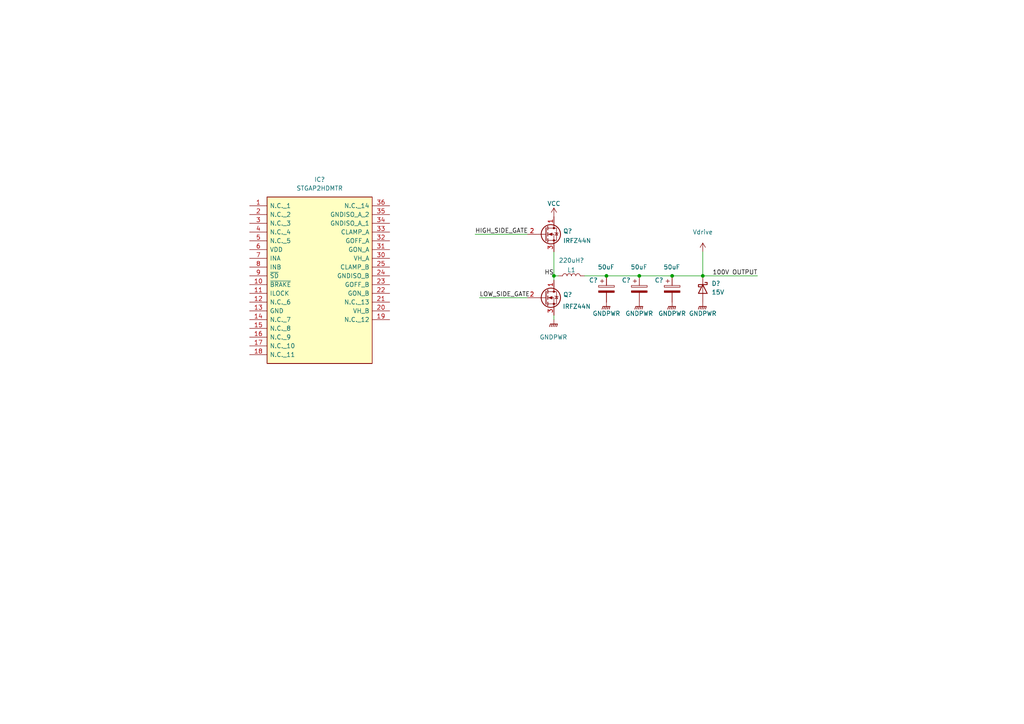
<source format=kicad_sch>
(kicad_sch (version 20211123) (generator eeschema)
  (paper "A4")
  (lib_symbols
    (symbol "Device:C_Polarized" (pin_numbers hide) (pin_names (offset 0.254))
      (property "Reference" "C" (at 0.635 2.54 0))
      (property "Value" "C_Polarized" (at 0.635 -2.54 0))
      (symbol "C_Polarized_0_1"
        (rectangle (start -2.286 0.508) (end 2.286 1.016))
        (polyline (pts (xy -1.778 2.286) (xy -0.762 2.286)))
        (polyline (pts (xy -1.27 2.794) (xy -1.27 1.778)))
        (rectangle (start 2.286 -0.508) (end -2.286 -1.016) (fill (type outline)))
      )
      (symbol "C_Polarized_1_1"
        (pin passive line (at 0 3.81 270) (length 2.794) (name "~") (number "1"))
        (pin passive line (at 0 -3.81 90) (length 2.794) (name "~") (number "2"))
      )
    )
    (symbol "Device:D_Schottky" (pin_numbers hide) (pin_names (offset 1.016) hide)
      (property "Reference" "D" (at 0 2.54 0))
      (property "Value" "D_Schottky" (at 0 -2.54 0))
      (symbol "D_Schottky_0_1"
        (polyline (pts (xy 1.27 0) (xy -1.27 0)))
        (polyline (pts (xy 1.27 1.27) (xy 1.27 -1.27) (xy -1.27 0) (xy 1.27 1.27)) (stroke (width 0.254)))
        (polyline (pts (xy -1.905 0.635) (xy -1.905 1.27) (xy -1.27 1.27) (xy -1.27 -1.27) (xy -0.635 -1.27) (xy -0.635 -0.635)) (stroke (width 0.254)))
      )
      (symbol "D_Schottky_1_1"
        (pin passive line (at -3.81 0 0) (length 2.54) (name "K") (number "1"))
        (pin passive line (at 3.81 0 180) (length 2.54) (name "A") (number "2"))
      )
    )
    (symbol "Device:L" (pin_numbers hide) (pin_names (offset 1.016) hide)
      (property "Reference" "L" (at -1.27 0 90))
      (property "Value" "L" (at 1.905 0 90))
      (symbol "L_0_1"
        (arc (start 0 -2.54) (mid 0.635 -1.905) (end 0 -1.27))
        (arc (start 0 -1.27) (mid 0.635 -0.635) (end 0 0))
        (arc (start 0 0) (mid 0.635 0.635) (end 0 1.27))
        (arc (start 0 1.27) (mid 0.635 1.905) (end 0 2.54))
      )
      (symbol "L_1_1"
        (pin passive line (at 0 3.81 270) (length 1.27) (name "1") (number "1"))
        (pin passive line (at 0 -3.81 90) (length 1.27) (name "2") (number "2"))
      )
    )
    (symbol "Device:Q_NMOS_DGS" (pin_names (offset 0) hide)
      (property "Reference" "Q" (at 5.08 1.27 0))
      (property "Value" "Q_NMOS_DGS" (at 5.08 -1.27 0))
      (symbol "Q_NMOS_DGS_0_1"
        (polyline (pts (xy 0.254 0) (xy -2.54 0)))
        (polyline (pts (xy 0.254 1.905) (xy 0.254 -1.905)) (stroke (width 0.254)))
        (polyline (pts (xy 0.762 -1.27) (xy 0.762 -2.286)) (stroke (width 0.254)))
        (polyline (pts (xy 0.762 0.508) (xy 0.762 -0.508)) (stroke (width 0.254)))
        (polyline (pts (xy 0.762 2.286) (xy 0.762 1.27)) (stroke (width 0.254)))
        (polyline (pts (xy 2.54 2.54) (xy 2.54 1.778)))
        (polyline (pts (xy 2.54 -2.54) (xy 2.54 0) (xy 0.762 0)))
        (polyline (pts (xy 0.762 -1.778) (xy 3.302 -1.778) (xy 3.302 1.778) (xy 0.762 1.778)))
        (polyline (pts (xy 1.016 0) (xy 2.032 0.381) (xy 2.032 -0.381) (xy 1.016 0)) (fill (type outline)))
        (polyline (pts (xy 2.794 0.508) (xy 2.921 0.381) (xy 3.683 0.381) (xy 3.81 0.254)))
        (polyline (pts (xy 3.302 0.381) (xy 2.921 -0.254) (xy 3.683 -0.254) (xy 3.302 0.381)))
        (circle (center 1.651 0) (radius 2.794) (stroke (width 0.254)))
        (circle (center 2.54 -1.778) (radius 0.254) (fill (type outline)))
        (circle (center 2.54 1.778) (radius 0.254) (fill (type outline)))
      )
      (symbol "Q_NMOS_DGS_1_1"
        (pin passive line (at 2.54 5.08 270) (length 2.54) (name "D") (number "1"))
        (pin input line (at -5.08 0 0) (length 2.54) (name "G") (number "2"))
        (pin passive line (at 2.54 -5.08 90) (length 2.54) (name "S") (number "3"))
      )
    )
    (symbol "STGAP2HDMTR:STGAP2HDMTR" (pin_names (offset 0.762))
      (property "Reference" "IC" (at 36.83 7.62 0))
      (property "Value" "STGAP2HDMTR" (at 36.83 5.08 0))
      (symbol "STGAP2HDMTR_0_0"
        (pin passive line (at 0 0 0) (length 5.08) (name "N.C._1") (number "1"))
        (pin passive line (at 0 -22.86 0) (length 5.08) (name "~{BRAKE}") (number "10"))
        (pin passive line (at 0 -25.4 0) (length 5.08) (name "ILOCK") (number "11"))
        (pin passive line (at 0 -27.94 0) (length 5.08) (name "N.C._6") (number "12"))
        (pin passive line (at 0 -30.48 0) (length 5.08) (name "GND") (number "13"))
        (pin passive line (at 0 -33.02 0) (length 5.08) (name "N.C._7") (number "14"))
        (pin passive line (at 0 -35.56 0) (length 5.08) (name "N.C._8") (number "15"))
        (pin passive line (at 0 -38.1 0) (length 5.08) (name "N.C._9") (number "16"))
        (pin passive line (at 0 -40.64 0) (length 5.08) (name "N.C._10") (number "17"))
        (pin passive line (at 0 -43.18 0) (length 5.08) (name "N.C._11") (number "18"))
        (pin passive line (at 40.64 -33.02 180) (length 5.08) (name "N.C._12") (number "19"))
        (pin passive line (at 0 -2.54 0) (length 5.08) (name "N.C._2") (number "2"))
        (pin passive line (at 40.64 -30.48 180) (length 5.08) (name "VH_B") (number "20"))
        (pin passive line (at 40.64 -27.94 180) (length 5.08) (name "N.C._13") (number "21"))
        (pin passive line (at 40.64 -25.4 180) (length 5.08) (name "GON_B") (number "22"))
        (pin passive line (at 40.64 -22.86 180) (length 5.08) (name "GOFF_B") (number "23"))
        (pin passive line (at 40.64 -20.32 180) (length 5.08) (name "GNDISO_B") (number "24"))
        (pin passive line (at 40.64 -17.78 180) (length 5.08) (name "CLAMP_B") (number "25"))
        (pin passive line (at 0 -5.08 0) (length 5.08) (name "N.C._3") (number "3"))
        (pin passive line (at 40.64 -15.24 180) (length 5.08) (name "VH_A") (number "30"))
        (pin passive line (at 40.64 -12.7 180) (length 5.08) (name "GON_A") (number "31"))
        (pin passive line (at 40.64 -10.16 180) (length 5.08) (name "GOFF_A") (number "32"))
        (pin passive line (at 40.64 -7.62 180) (length 5.08) (name "CLAMP_A") (number "33"))
        (pin passive line (at 40.64 -5.08 180) (length 5.08) (name "GNDISO_A_1") (number "34"))
        (pin passive line (at 40.64 -2.54 180) (length 5.08) (name "GNDISO_A_2") (number "35"))
        (pin passive line (at 40.64 0 180) (length 5.08) (name "N.C._14") (number "36"))
        (pin passive line (at 0 -7.62 0) (length 5.08) (name "N.C._4") (number "4"))
        (pin passive line (at 0 -10.16 0) (length 5.08) (name "N.C._5") (number "5"))
        (pin passive line (at 0 -12.7 0) (length 5.08) (name "VDD") (number "6"))
        (pin passive line (at 0 -15.24 0) (length 5.08) (name "INA") (number "7"))
        (pin passive line (at 0 -17.78 0) (length 5.08) (name "INB") (number "8"))
        (pin passive line (at 0 -20.32 0) (length 5.08) (name "~{SD}") (number "9"))
      )
      (symbol "STGAP2HDMTR_0_1"
        (polyline (pts (xy 5.08 2.54) (xy 35.56 2.54) (xy 35.56 -45.72) (xy 5.08 -45.72) (xy 5.08 2.54)) (stroke (width 0.1524)) (fill (type background)))
        (rectangle (start 5.08 2.54) (end 35.56 -45.72))
        (rectangle (start 5.08 2.54) (end 35.56 -45.72))
      )
    )
    (symbol "power:GNDPWR" (power) (pin_names (offset 0))
      (property "Value" "GNDPWR" (at 0 -3.302 0))
      (symbol "GNDPWR_0_1"
        (polyline (pts (xy 0 -1.27) (xy 0 0)))
        (polyline (pts (xy -1.016 -1.27) (xy -1.27 -2.032) (xy -1.27 -2.032)) (stroke (width 0.2032)))
        (polyline (pts (xy -0.508 -1.27) (xy -0.762 -2.032) (xy -0.762 -2.032)) (stroke (width 0.2032)))
        (polyline (pts (xy 0 -1.27) (xy -0.254 -2.032) (xy -0.254 -2.032)) (stroke (width 0.2032)))
        (polyline (pts (xy 0.508 -1.27) (xy 0.254 -2.032) (xy 0.254 -2.032)) (stroke (width 0.2032)))
        (polyline (pts (xy 1.016 -1.27) (xy -1.016 -1.27) (xy -1.016 -1.27)) (stroke (width 0.2032)))
        (polyline (pts (xy 1.016 -1.27) (xy 0.762 -2.032) (xy 0.762 -2.032) (xy 0.762 -2.032)) (stroke (width 0.2032)))
      )
      (symbol "GNDPWR_1_1"
        (pin power_in line (at 0 0 270) (length 0) hide (name "GNDPWR") (number "1"))
      )
    )
    (symbol "power:VCC" (power) (pin_names (offset 0))
      (property "Value" "VCC" (at 0 3.81 0))
      (symbol "VCC_0_1"
        (polyline (pts (xy -0.762 1.27) (xy 0 2.54)))
        (polyline (pts (xy 0 0) (xy 0 2.54)))
        (polyline (pts (xy 0 2.54) (xy 0.762 1.27)))
      )
      (symbol "VCC_1_1"
        (pin power_in line (at 0 0 90) (length 0) hide (name "VCC") (number "1"))
      )
    )
    (symbol "power:Vdrive" (power) (pin_names (offset 0))
      (property "Value" "Vdrive" (at 0 3.81 0))
      (symbol "Vdrive_0_1"
        (polyline (pts (xy -0.762 1.27) (xy 0 2.54)))
        (polyline (pts (xy 0 0) (xy 0 2.54)))
        (polyline (pts (xy 0 2.54) (xy 0.762 1.27)))
      )
      (symbol "Vdrive_1_1"
        (pin power_in line (at 0 0 90) (length 0) hide (name "Vdrive") (number "1"))
      )
    )
  )
  (junction (at 185.42 80.01))
  (junction (at 175.895 80.01))
  (junction (at 194.945 80.01))
  (junction (at 160.655 80.01))
  (junction (at 203.835 80.01))
  (wire (pts (xy 194.945 80.01) (xy 203.835 80.01)))
  (wire (pts (xy 185.42 80.01) (xy 194.945 80.01)))
  (wire (pts (xy 160.655 91.44) (xy 160.655 92.71)))
  (wire (pts (xy 139.065 86.36) (xy 153.035 86.36)))
  (wire (pts (xy 169.545 80.01) (xy 175.895 80.01)))
  (wire (pts (xy 160.655 73.025) (xy 160.655 80.01)))
  (wire (pts (xy 203.835 73.025) (xy 203.835 80.01)))
  (wire (pts (xy 175.895 80.01) (xy 185.42 80.01)))
  (wire (pts (xy 203.835 80.01) (xy 219.71 80.01)))
  (wire (pts (xy 161.925 80.01) (xy 160.655 80.01)))
  (wire (pts (xy 160.655 80.01) (xy 160.655 81.28)))
  (wire (pts (xy 137.795 67.945) (xy 153.035 67.945)))
  (label "LOW_SIDE_GATE" (at 139.065 86.36 0))
  (label "100V OUTPUT" (at 219.71 80.01 180))
  (label "HIGH_SIDE_GATE" (at 137.795 67.945 0))
  (label "HS" (at 160.655 80.01 180))
  (symbol (lib_id "power:GNDPWR") (at 175.895 87.63 0) (unit 1)
    (property "Reference" "#PWR?" (effects hide))
    (property "Value" "GNDPWR" (at 175.895 90.932 0))
  )
  (symbol (lib_id "Device:C_Polarized") (at 185.42 83.82 0) (unit 1)
    (property "Reference" "C?" (at 180.34 81.28 0) (effects (justify left)))
    (property "Value" "50uF" (at 182.88 77.47 0) (effects (justify left)))
  )
  (symbol (lib_id "power:GNDPWR") (at 194.945 87.63 0) (unit 1)
    (property "Reference" "#PWR?" (effects hide))
    (property "Value" "GNDPWR" (at 194.945 90.932 0))
  )
  (symbol (lib_id "power:VCC") (at 160.655 62.865 0) (unit 1)
    (property "Reference" "#PWR?" (effects hide))
    (property "Value" "VCC" (at 160.655 59.055 0))
  )
  (symbol (lib_id "Device:L") (at 165.735 80.01 90) (unit 1)
    (property "Reference" "220uH?" (at 165.735 75.5355 90))
    (property "Value" "L1" (at 165.735 78.3106 90))
  )
  (symbol (lib_id "Device:D_Schottky") (at 203.835 83.82 270) (unit 1)
    (property "Reference" "D?" (at 206.375 82.2324 90) (effects (justify left)))
    (property "Value" "15V" (at 206.375 84.7724 90) (effects (justify left)))
  )
  (symbol (lib_id "Device:C_Polarized") (at 194.945 83.82 0) (unit 1)
    (property "Reference" "C?" (at 189.865 81.28 0) (effects (justify left)))
    (property "Value" "50uF" (at 192.405 77.47 0) (effects (justify left)))
  )
  (symbol (lib_id "power:GNDPWR") (at 203.835 87.63 0) (unit 1)
    (property "Reference" "#PWR?" (effects hide))
    (property "Value" "GNDPWR" (at 203.835 90.932 0))
  )
  (symbol (lib_id "power:GNDPWR") (at 185.42 87.63 0) (unit 1)
    (property "Reference" "#PWR?" (effects hide))
    (property "Value" "GNDPWR" (at 185.42 90.932 0))
  )
  (symbol (lib_id "Device:Q_NMOS_DGS") (at 158.115 86.36 0) (unit 1)
    (property "Reference" "Q?" (at 163.322 85.4515 0) (effects (justify left)))
    (property "Value" "IRFZ44N" (at 163.195 88.9 0) (effects (justify left)))
  )
  (symbol (lib_id "Device:Q_NMOS_DGS") (at 158.115 67.945 0) (unit 1)
    (property "Reference" "Q?" (at 163.322 67.0365 0) (effects (justify left)))
    (property "Value" "IRFZ44N" (at 163.322 69.8116 0) (effects (justify left)))
  )
  (symbol (lib_id "power:Vdrive") (at 203.835 73.025 0) (unit 1)
    (property "Reference" "#PWR?" (effects hide))
  )
  (symbol (lib_id "Device:C_Polarized") (at 175.895 83.82 0) (unit 1)
    (property "Reference" "C?" (at 170.815 81.28 0) (effects (justify left)))
    (property "Value" "50uF" (at 173.355 77.47 0) (effects (justify left)))
  )
  (symbol (lib_id "power:GNDPWR") (at 160.655 92.71 0) (unit 1)
    (property "Reference" "#PWR?" (effects hide))
    (property "Value" "GNDPWR" (at 160.528 97.79 0))
  )
  (symbol (lib_id "STGAP2HDMTR:STGAP2HDMTR") (at 72.39 59.69 0) (unit 1)
    (property "Reference" "IC?" (at 92.71 52.07 0))
    (property "Value" "STGAP2HDMTR" (at 92.71 54.61 0))
    (property "Footprint" "STGAP2HDMTR" (effects hide))
    (property "Datasheet" "https://www.st.com/resource/en/datasheet/stgap2hd.pdf" (effects hide))
    (property "Description" "Galvanically isolated 4 A dual gate driver" (effects hide))
    (property "Height" "2.65" (effects hide))
    (property "Manufacturer_Name" "STMicroelectronics" (effects hide))
    (property "Manufacturer_Part_Number" "STGAP2HDMTR" (effects hide))
    (property "Mouser Part Number" "511-STGAP2HDMTR" (effects hide))
    (property "Mouser Price/Stock" "https://www.mouser.co.uk/ProductDetail/STMicroelectronics/STGAP2HDMTR?qs=TCDPyi3sCW3HVxILiiXU2w%3D%3D" (effects hide))
  )
)
</source>
